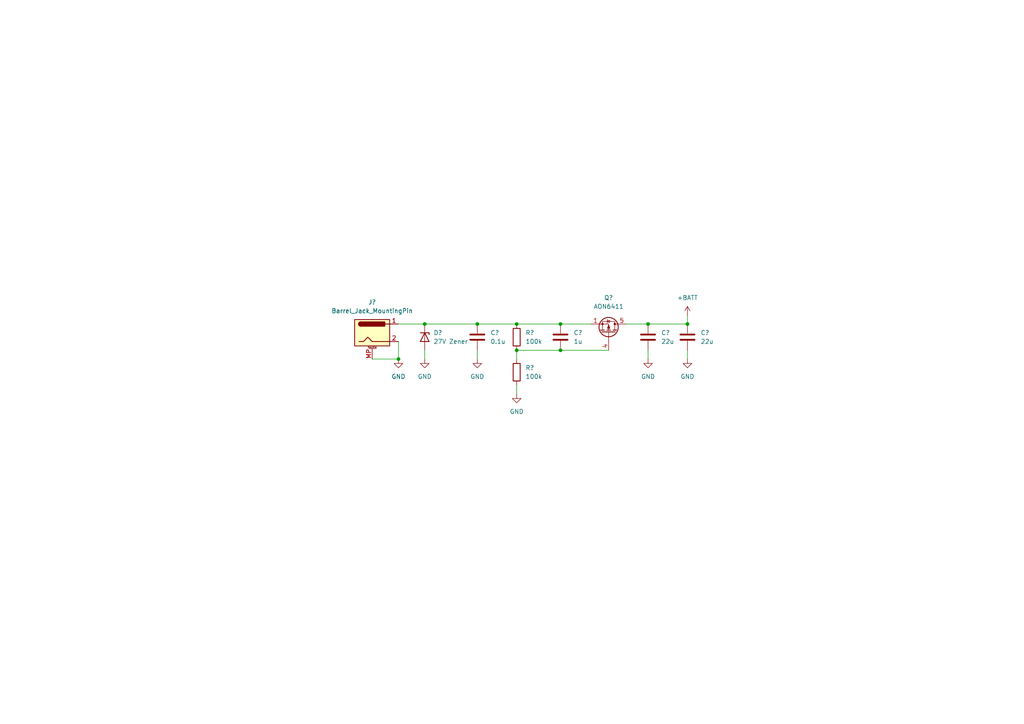
<source format=kicad_sch>
(kicad_sch (version 20211123) (generator eeschema)
  (paper "A4")
  (title_block (title "9-26V DC Jack") (date "2022-09-18") (rev "1.0"))
  (lib_symbols
    (symbol "Connector:Barrel_Jack_MountingPin" (pin_names hide)
      (property "Reference" "J" (at 0 5.334 0))
      (property "Value" "Barrel_Jack_MountingPin" (at 1.27 -6.35 0))
      (symbol "Barrel_Jack_MountingPin_0_1"
        (rectangle (start -5.08 3.81) (end 5.08 -3.81) (stroke (width 0.254)) (fill (type background)))
        (arc (start -3.302 3.175) (mid -3.937 2.54) (end -3.302 1.905) (stroke (width 0.254)))
        (arc (start -3.302 3.175) (mid -3.937 2.54) (end -3.302 1.905) (stroke (width 0.254)) (fill (type outline)))
        (polyline (pts (xy 5.08 2.54) (xy 3.81 2.54)) (stroke (width 0.254)))
        (polyline (pts (xy -3.81 -2.54) (xy -2.54 -2.54) (xy -1.27 -1.27) (xy 0 -2.54) (xy 2.54 -2.54) (xy 5.08 -2.54)) (stroke (width 0.254)))
        (rectangle (start 3.683 3.175) (end -3.302 1.905) (stroke (width 0.254)) (fill (type outline)))
      )
      (symbol "Barrel_Jack_MountingPin_1_1"
        (polyline (pts (xy -1.016 -4.572) (xy 1.016 -4.572)) (stroke (width 0.1524)))
        (text "Mounting" (at 0 -4.191 0) (effects (font (size 0.381 0.381))))
        (pin passive line (at 7.62 2.54 180) (length 2.54) (name "~") (number "1"))
        (pin passive line (at 7.62 -2.54 180) (length 2.54) (name "~") (number "2"))
        (pin passive line (at 0 -7.62 90) (length 3.048) (name "MountPin") (number "MP"))
      )
    )
    (symbol "Device:C" (pin_numbers hide) (pin_names (offset 0.254))
      (property "Reference" "C" (at 0.635 2.54 0))
      (property "Value" "C" (at 0.635 -2.54 0))
      (symbol "C_0_1"
        (polyline (pts (xy -2.032 -0.762) (xy 2.032 -0.762)) (stroke (width 0.508)))
        (polyline (pts (xy -2.032 0.762) (xy 2.032 0.762)) (stroke (width 0.508)))
      )
      (symbol "C_1_1"
        (pin passive line (at 0 3.81 270) (length 2.794) (name "~") (number "1"))
        (pin passive line (at 0 -3.81 90) (length 2.794) (name "~") (number "2"))
      )
    )
    (symbol "Device:D_Zener" (pin_numbers hide) (pin_names (offset 1.016) hide)
      (property "Reference" "D" (at 0 2.54 0))
      (property "Value" "D_Zener" (at 0 -2.54 0))
      (symbol "D_Zener_0_1"
        (polyline (pts (xy 1.27 0) (xy -1.27 0)))
        (polyline (pts (xy -1.27 -1.27) (xy -1.27 1.27) (xy -0.762 1.27)) (stroke (width 0.254)))
        (polyline (pts (xy 1.27 -1.27) (xy 1.27 1.27) (xy -1.27 0) (xy 1.27 -1.27)) (stroke (width 0.254)))
      )
      (symbol "D_Zener_1_1"
        (pin passive line (at -3.81 0 0) (length 2.54) (name "K") (number "1"))
        (pin passive line (at 3.81 0 180) (length 2.54) (name "A") (number "2"))
      )
    )
    (symbol "Device:R" (pin_numbers hide) (pin_names (offset 0))
      (property "Reference" "R" (at 2.032 0 90))
      (property "Value" "R" (at 0 0 90))
      (symbol "R_0_1"
        (rectangle (start -1.016 -2.54) (end 1.016 2.54) (stroke (width 0.254)))
      )
      (symbol "R_1_1"
        (pin passive line (at 0 3.81 270) (length 1.27) (name "~") (number "1"))
        (pin passive line (at 0 -3.81 90) (length 1.27) (name "~") (number "2"))
      )
    )
    (symbol "Transistor_FET:AON6411" (pin_names hide)
      (property "Reference" "Q" (at 5.08 1.905 0))
      (property "Value" "AON6411" (at 5.08 0 0))
      (symbol "AON6411_0_1"
        (polyline (pts (xy 0.254 0) (xy -2.54 0)))
        (polyline (pts (xy 0.254 1.905) (xy 0.254 -1.905)) (stroke (width 0.254)))
        (polyline (pts (xy 0.762 -1.27) (xy 0.762 -2.286)) (stroke (width 0.254)))
        (polyline (pts (xy 0.762 0.508) (xy 0.762 -0.508)) (stroke (width 0.254)))
        (polyline (pts (xy 0.762 2.286) (xy 0.762 1.27)) (stroke (width 0.254)))
        (polyline (pts (xy 2.54 2.54) (xy 2.54 1.778)))
        (polyline (pts (xy 2.54 -2.54) (xy 2.54 0) (xy 0.762 0)))
        (polyline (pts (xy 0.762 1.778) (xy 3.302 1.778) (xy 3.302 -1.778) (xy 0.762 -1.778)))
        (polyline (pts (xy 2.286 0) (xy 1.27 0.381) (xy 1.27 -0.381) (xy 2.286 0)) (fill (type outline)))
        (polyline (pts (xy 2.794 -0.508) (xy 2.921 -0.381) (xy 3.683 -0.381) (xy 3.81 -0.254)))
        (polyline (pts (xy 3.302 -0.381) (xy 2.921 0.254) (xy 3.683 0.254) (xy 3.302 -0.381)))
        (circle (center 1.651 0) (radius 2.794) (stroke (width 0.254)))
        (circle (center 2.54 -1.778) (radius 0.254) (fill (type outline)))
        (circle (center 2.54 1.778) (radius 0.254) (fill (type outline)))
      )
      (symbol "AON6411_1_1"
        (pin passive line (at 2.54 -5.08 90) (length 2.54) (name "S") (number "1"))
        (pin passive line (at 2.54 -5.08 90) (length 2.54) hide (name "S") (number "2"))
        (pin passive line (at 2.54 -5.08 90) (length 2.54) hide (name "S") (number "3"))
        (pin input line (at -5.08 0 0) (length 2.54) (name "G") (number "4"))
        (pin passive line (at 2.54 5.08 270) (length 2.54) (name "D") (number "5"))
      )
    )
    (symbol "power:+BATT" (power) (pin_names (offset 0))
      (property "Value" "+BATT" (at 0 3.556 0))
      (symbol "+BATT_0_1"
        (polyline (pts (xy -0.762 1.27) (xy 0 2.54)))
        (polyline (pts (xy 0 0) (xy 0 2.54)))
        (polyline (pts (xy 0 2.54) (xy 0.762 1.27)))
      )
      (symbol "+BATT_1_1"
        (pin power_in line (at 0 0 90) (length 0) hide (name "+BATT") (number "1"))
      )
    )
    (symbol "power:GND" (power) (pin_names (offset 0))
      (property "Value" "GND" (at 0 -3.81 0))
      (symbol "GND_0_1"
        (polyline (pts (xy 0 0) (xy 0 -1.27) (xy 1.27 -1.27) (xy 0 -2.54) (xy -1.27 -1.27) (xy 0 -1.27)))
      )
      (symbol "GND_1_1"
        (pin power_in line (at 0 0 270) (length 0) hide (name "GND") (number "1"))
      )
    )
  )
  (junction (at 123.19 93.98))
  (junction (at 149.86 101.6))
  (junction (at 187.96 93.98))
  (junction (at 138.43 93.98))
  (junction (at 162.56 93.98))
  (junction (at 115.57 104.14))
  (junction (at 149.86 93.98))
  (junction (at 162.56 101.6))
  (junction (at 199.39 93.98))
  (wire (pts (xy 149.86 93.98) (xy 162.56 93.98)))
  (wire (pts (xy 123.19 101.6) (xy 123.19 104.14)))
  (wire (pts (xy 115.57 99.06) (xy 115.57 104.14)))
  (wire (pts (xy 115.57 93.98) (xy 123.19 93.98)))
  (wire (pts (xy 162.56 101.6) (xy 176.53 101.6)))
  (wire (pts (xy 107.95 104.14) (xy 115.57 104.14)))
  (wire (pts (xy 199.39 101.6) (xy 199.39 104.14)))
  (wire (pts (xy 187.96 101.6) (xy 187.96 104.14)))
  (wire (pts (xy 123.19 93.98) (xy 138.43 93.98)))
  (wire (pts (xy 138.43 93.98) (xy 149.86 93.98)))
  (wire (pts (xy 187.96 93.98) (xy 199.39 93.98)))
  (wire (pts (xy 149.86 111.76) (xy 149.86 114.3)))
  (wire (pts (xy 162.56 93.98) (xy 171.45 93.98)))
  (wire (pts (xy 149.86 101.6) (xy 162.56 101.6)))
  (wire (pts (xy 138.43 101.6) (xy 138.43 104.14)))
  (wire (pts (xy 199.39 91.44) (xy 199.39 93.98)))
  (wire (pts (xy 149.86 101.6) (xy 149.86 104.14)))
  (wire (pts (xy 181.61 93.98) (xy 187.96 93.98)))
  (symbol (lib_id "Device:C") (at 199.39 97.79 0) (unit 1)
    (property "Reference" "C?" (at 203.2 96.5199 0) (effects (justify left)))
    (property "Value" "22u" (at 203.2 99.0599 0) (effects (justify left)))
  )
  (symbol (lib_id "Device:C") (at 187.96 97.79 0) (unit 1)
    (property "Reference" "C?" (at 191.77 96.5199 0) (effects (justify left)))
    (property "Value" "22u" (at 191.77 99.0599 0) (effects (justify left)))
  )
  (symbol (lib_id "Device:C") (at 138.43 97.79 0) (unit 1)
    (property "Reference" "C?" (at 142.24 96.5199 0) (effects (justify left)))
    (property "Value" "0.1u" (at 142.24 99.0599 0) (effects (justify left)))
  )
  (symbol (lib_id "Transistor_FET:AON6411") (at 176.53 96.52 270) (mirror x) (unit 1)
    (property "Reference" "Q?" (at 176.53 86.36 90))
    (property "Value" "AON6411" (at 176.53 88.9 90))
    (property "Footprint" "Package_DFN_QFN:AO_DFN-8-1EP_5.55x5.2mm_P1.27mm_EP4.12x4.6mm" (effects hide))
    (property "Datasheet" "http://www.aosmd.com/res/data_sheets/AON6411.pdf" (effects hide))
  )
  (symbol (lib_id "Connector:Barrel_Jack_MountingPin") (at 107.95 96.52 0) (unit 1)
    (property "Reference" "J?" (at 107.95 87.63 0))
    (property "Value" "Barrel_Jack_MountingPin" (at 107.95 90.17 0))
  )
  (symbol (lib_id "Device:R") (at 149.86 97.79 0) (unit 1)
    (property "Reference" "R?" (at 152.4 96.5199 0) (effects (justify left)))
    (property "Value" "100k" (at 152.4 99.0599 0) (effects (justify left)))
  )
  (symbol (lib_id "Device:D_Zener") (at 123.19 97.79 270) (unit 1)
    (property "Reference" "D?" (at 125.73 96.5199 90) (effects (justify left)))
    (property "Value" "27V Zener" (at 125.73 99.0599 90) (effects (justify left)))
  )
  (symbol (lib_id "power:GND") (at 187.96 104.14 0) (unit 1)
    (property "Reference" "#PWR?" (effects hide))
    (property "Value" "GND" (at 187.96 109.22 0))
  )
  (symbol (lib_id "power:GND") (at 138.43 104.14 0) (unit 1)
    (property "Reference" "#PWR?" (effects hide))
    (property "Value" "GND" (at 138.43 109.22 0))
  )
  (symbol (lib_id "power:GND") (at 123.19 104.14 0) (unit 1)
    (property "Reference" "#PWR?" (effects hide))
    (property "Value" "GND" (at 123.19 109.22 0))
  )
  (symbol (lib_id "power:+BATT") (at 199.39 91.44 0) (unit 1)
    (property "Reference" "#PWR?" (effects hide))
    (property "Value" "+BATT" (at 199.39 86.36 0))
  )
  (symbol (lib_id "power:GND") (at 199.39 104.14 0) (unit 1)
    (property "Reference" "#PWR?" (effects hide))
    (property "Value" "GND" (at 199.39 109.22 0))
  )
  (symbol (lib_id "Device:C") (at 162.56 97.79 0) (unit 1)
    (property "Reference" "C?" (at 166.37 96.5199 0) (effects (justify left)))
    (property "Value" "1u" (at 166.37 99.0599 0) (effects (justify left)))
  )
  (symbol (lib_id "power:GND") (at 115.57 104.14 0) (unit 1)
    (property "Reference" "#PWR?" (effects hide))
    (property "Value" "GND" (at 115.57 109.22 0))
  )
  (symbol (lib_id "power:GND") (at 149.86 114.3 0) (unit 1)
    (property "Reference" "#PWR?" (effects hide))
    (property "Value" "GND" (at 149.86 119.38 0))
  )
  (symbol (lib_id "Device:R") (at 149.86 107.95 0) (unit 1)
    (property "Reference" "R?" (at 152.4 106.6799 0) (effects (justify left)))
    (property "Value" "100k" (at 152.4 109.2199 0) (effects (justify left)))
  )
)
</source>
